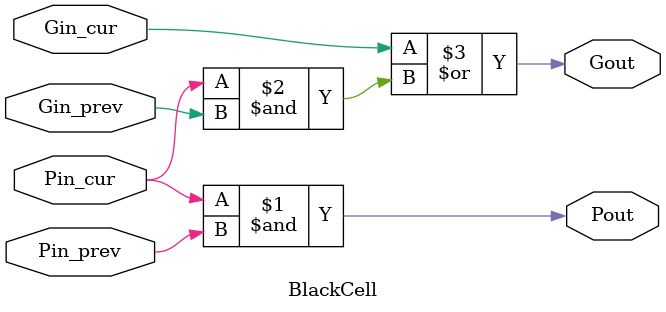
<source format=v>


module BlackCell (
	input wire	Pin_cur,
	input wire	Gin_cur,
	input wire	Pin_prev,
	input wire	Gin_prev,

	output wire	Pout,
	output wire	Gout
);

assign Pout = (Pin_cur & Pin_prev);
assign Gout = (Gin_cur | (Pin_cur & Gin_prev));

endmodule

</source>
